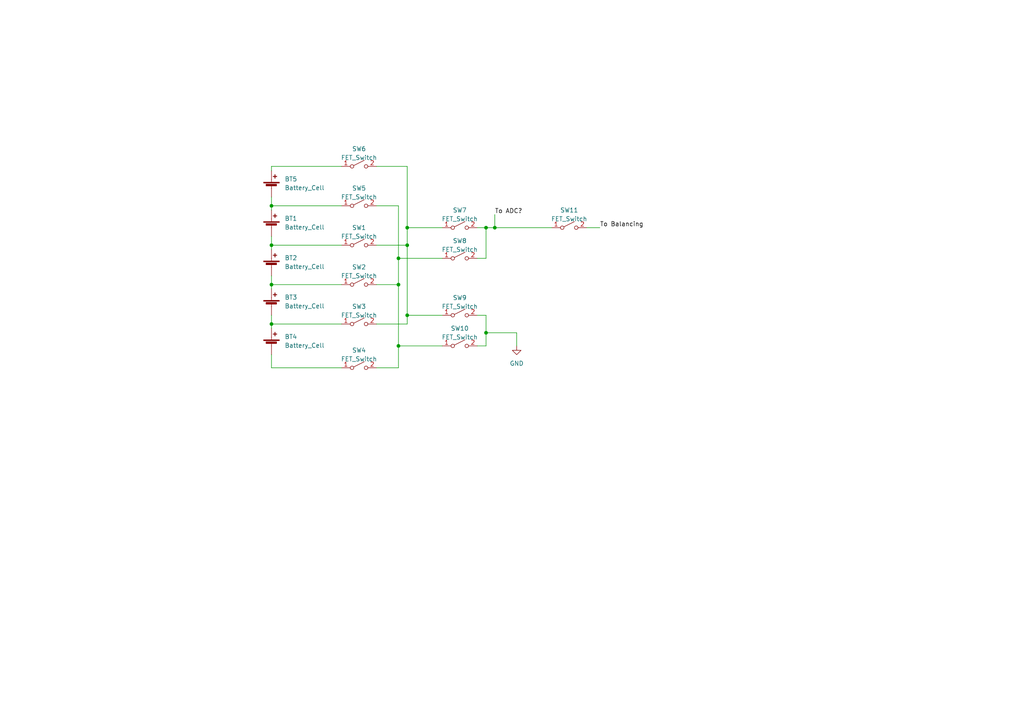
<source format=kicad_sch>
(kicad_sch (version 20230121) (generator eeschema)
  (paper "A4")
  (lib_symbols
    (symbol "Device:Battery_Cell" (pin_numbers hide) (pin_names (offset 0) hide)
      (property "Reference" "BT" (at 2.54 2.54 0))
      (property "Value" "Battery_Cell" (at 2.54 0 0))
      (symbol "Battery_Cell_0_1"
        (rectangle (start -2.286 1.778) (end 2.286 1.524) (fill (type outline)))
        (rectangle (start -1.5748 1.1938) (end 1.4732 0.6858) (fill (type outline)))
        (polyline (pts (xy 0 0.762) (xy 0 0)))
        (polyline (pts (xy 0 1.778) (xy 0 2.54)))
        (polyline (pts (xy 0.508 3.429) (xy 1.524 3.429)) (stroke (width 0.254)))
        (polyline (pts (xy 1.016 3.937) (xy 1.016 2.921)) (stroke (width 0.254)))
      )
      (symbol "Battery_Cell_1_1"
        (pin passive line (at 0 5.08 270) (length 2.54) (name "+") (number "1"))
        (pin passive line (at 0 -2.54 90) (length 2.54) (name "-") (number "2"))
      )
    )
    (symbol "Switch:SW_SPST" (pin_names (offset 0) hide)
      (property "Reference" "SW" (at 0 3.175 0))
      (property "Value" "SW_SPST" (at 0 -2.54 0))
      (symbol "SW_SPST_0_0"
        (circle (center -2.032 0) (radius 0.508))
        (polyline (pts (xy -1.524 0.254) (xy 1.524 1.778)))
        (circle (center 2.032 0) (radius 0.508))
      )
      (symbol "SW_SPST_1_1"
        (pin passive line (at -5.08 0 0) (length 2.54) (name "A") (number "1"))
        (pin passive line (at 5.08 0 180) (length 2.54) (name "B") (number "2"))
      )
    )
    (symbol "power:GND" (power) (pin_names (offset 0))
      (property "Value" "GND" (at 0 -3.81 0))
      (symbol "GND_0_1"
        (polyline (pts (xy 0 0) (xy 0 -1.27) (xy 1.27 -1.27) (xy 0 -2.54) (xy -1.27 -1.27) (xy 0 -1.27)))
      )
      (symbol "GND_1_1"
        (pin power_in line (at 0 0 270) (length 0) hide (name "GND") (number "1"))
      )
    )
  )
  (junction (at 140.97 96.52))
  (junction (at 115.57 74.93))
  (junction (at 143.51 66.04))
  (junction (at 115.57 100.33))
  (junction (at 115.57 82.55))
  (junction (at 78.74 71.12))
  (junction (at 118.11 66.04))
  (junction (at 78.74 59.69))
  (junction (at 78.74 93.98))
  (junction (at 78.74 82.55))
  (junction (at 118.11 71.12))
  (junction (at 140.97 66.04))
  (junction (at 118.11 91.44))
  (wire (pts (xy 115.57 106.68) (xy 109.22 106.68)))
  (wire (pts (xy 115.57 82.55) (xy 115.57 100.33)))
  (wire (pts (xy 115.57 59.69) (xy 115.57 74.93)))
  (wire (pts (xy 140.97 96.52) (xy 140.97 100.33)))
  (wire (pts (xy 138.43 66.04) (xy 140.97 66.04)))
  (wire (pts (xy 78.74 95.25) (xy 78.74 93.98)))
  (wire (pts (xy 78.74 102.87) (xy 78.74 106.68)))
  (wire (pts (xy 118.11 66.04) (xy 128.27 66.04)))
  (wire (pts (xy 115.57 74.93) (xy 115.57 82.55)))
  (wire (pts (xy 109.22 59.69) (xy 115.57 59.69)))
  (wire (pts (xy 149.86 96.52) (xy 140.97 96.52)))
  (wire (pts (xy 99.06 82.55) (xy 78.74 82.55)))
  (wire (pts (xy 78.74 106.68) (xy 99.06 106.68)))
  (wire (pts (xy 170.18 66.04) (xy 173.99 66.04)))
  (wire (pts (xy 143.51 62.23) (xy 143.51 66.04)))
  (wire (pts (xy 140.97 66.04) (xy 143.51 66.04)))
  (wire (pts (xy 149.86 100.33) (xy 149.86 96.52)))
  (wire (pts (xy 78.74 82.55) (xy 78.74 83.82)))
  (wire (pts (xy 118.11 48.26) (xy 118.11 66.04)))
  (wire (pts (xy 118.11 71.12) (xy 109.22 71.12)))
  (wire (pts (xy 140.97 74.93) (xy 138.43 74.93)))
  (wire (pts (xy 78.74 72.39) (xy 78.74 71.12)))
  (wire (pts (xy 138.43 91.44) (xy 140.97 91.44)))
  (wire (pts (xy 140.97 91.44) (xy 140.97 96.52)))
  (wire (pts (xy 118.11 91.44) (xy 128.27 91.44)))
  (wire (pts (xy 78.74 71.12) (xy 99.06 71.12)))
  (wire (pts (xy 78.74 48.26) (xy 99.06 48.26)))
  (wire (pts (xy 118.11 66.04) (xy 118.11 71.12)))
  (wire (pts (xy 118.11 93.98) (xy 109.22 93.98)))
  (wire (pts (xy 115.57 100.33) (xy 128.27 100.33)))
  (wire (pts (xy 109.22 82.55) (xy 115.57 82.55)))
  (wire (pts (xy 140.97 100.33) (xy 138.43 100.33)))
  (wire (pts (xy 118.11 71.12) (xy 118.11 91.44)))
  (wire (pts (xy 118.11 91.44) (xy 118.11 93.98)))
  (wire (pts (xy 78.74 60.96) (xy 78.74 59.69)))
  (wire (pts (xy 78.74 80.01) (xy 78.74 82.55)))
  (wire (pts (xy 115.57 100.33) (xy 115.57 106.68)))
  (wire (pts (xy 78.74 57.15) (xy 78.74 59.69)))
  (wire (pts (xy 143.51 66.04) (xy 160.02 66.04)))
  (wire (pts (xy 78.74 49.53) (xy 78.74 48.26)))
  (wire (pts (xy 78.74 93.98) (xy 78.74 91.44)))
  (wire (pts (xy 78.74 68.58) (xy 78.74 71.12)))
  (wire (pts (xy 115.57 74.93) (xy 128.27 74.93)))
  (wire (pts (xy 78.74 59.69) (xy 99.06 59.69)))
  (wire (pts (xy 140.97 66.04) (xy 140.97 74.93)))
  (wire (pts (xy 109.22 48.26) (xy 118.11 48.26)))
  (wire (pts (xy 78.74 93.98) (xy 99.06 93.98)))
  (label "To Balancing" (at 173.99 66.04 0))
  (label "To ADC?" (at 143.51 62.23 0))
  (symbol (lib_id "Device:Battery_Cell") (at 78.74 77.47 0) (unit 1)
    (property "Reference" "BT2" (at 82.55 74.803 0) (effects (justify left)))
    (property "Value" "Battery_Cell" (at 82.55 77.343 0) (effects (justify left)))
  )
  (symbol (lib_id "Switch:SW_SPST") (at 165.1 66.04 0) (unit 1)
    (property "Reference" "SW11" (at 165.1 60.96 0))
    (property "Value" "FET_Switch" (at 165.1 63.5 0))
  )
  (symbol (lib_id "Device:Battery_Cell") (at 78.74 100.33 0) (unit 1)
    (property "Reference" "BT4" (at 82.55 97.663 0) (effects (justify left)))
    (property "Value" "Battery_Cell" (at 82.55 100.203 0) (effects (justify left)))
  )
  (symbol (lib_id "Switch:SW_SPST") (at 133.35 66.04 0) (unit 1)
    (property "Reference" "SW7" (at 133.35 60.96 0))
    (property "Value" "FET_Switch" (at 133.35 63.5 0))
  )
  (symbol (lib_id "Switch:SW_SPST") (at 133.35 100.33 0) (unit 1)
    (property "Reference" "SW10" (at 133.35 95.25 0))
    (property "Value" "FET_Switch" (at 133.35 97.79 0))
  )
  (symbol (lib_id "Device:Battery_Cell") (at 78.74 88.9 0) (unit 1)
    (property "Reference" "BT3" (at 82.55 86.233 0) (effects (justify left)))
    (property "Value" "Battery_Cell" (at 82.55 88.773 0) (effects (justify left)))
  )
  (symbol (lib_id "Device:Battery_Cell") (at 78.74 54.61 0) (unit 1)
    (property "Reference" "BT5" (at 82.55 51.943 0) (effects (justify left)))
    (property "Value" "Battery_Cell" (at 82.55 54.483 0) (effects (justify left)))
  )
  (symbol (lib_id "Switch:SW_SPST") (at 133.35 74.93 0) (unit 1)
    (property "Reference" "SW8" (at 133.35 69.85 0))
    (property "Value" "FET_Switch" (at 133.35 72.39 0))
  )
  (symbol (lib_id "Device:Battery_Cell") (at 78.74 66.04 0) (unit 1)
    (property "Reference" "BT1" (at 82.55 63.373 0) (effects (justify left)))
    (property "Value" "Battery_Cell" (at 82.55 65.913 0) (effects (justify left)))
  )
  (symbol (lib_id "Switch:SW_SPST") (at 104.14 71.12 0) (unit 1)
    (property "Reference" "SW1" (at 104.14 66.04 0))
    (property "Value" "FET_Switch" (at 104.14 68.58 0))
  )
  (symbol (lib_id "Switch:SW_SPST") (at 104.14 48.26 0) (unit 1)
    (property "Reference" "SW6" (at 104.14 43.18 0))
    (property "Value" "FET_Switch" (at 104.14 45.72 0))
  )
  (symbol (lib_id "Switch:SW_SPST") (at 104.14 82.55 0) (unit 1)
    (property "Reference" "SW2" (at 104.14 77.47 0))
    (property "Value" "FET_Switch" (at 104.14 80.01 0))
  )
  (symbol (lib_id "Switch:SW_SPST") (at 104.14 59.69 0) (unit 1)
    (property "Reference" "SW5" (at 104.14 54.61 0))
    (property "Value" "FET_Switch" (at 104.14 57.15 0))
  )
  (symbol (lib_id "Switch:SW_SPST") (at 133.35 91.44 0) (unit 1)
    (property "Reference" "SW9" (at 133.35 86.36 0))
    (property "Value" "FET_Switch" (at 133.35 88.9 0))
  )
  (symbol (lib_id "Switch:SW_SPST") (at 104.14 106.68 0) (unit 1)
    (property "Reference" "SW4" (at 104.14 101.6 0))
    (property "Value" "FET_Switch" (at 104.14 104.14 0))
  )
  (symbol (lib_id "power:GND") (at 149.86 100.33 0) (unit 1)
    (property "Reference" "#PWR01" (effects hide))
    (property "Value" "GND" (at 149.86 105.41 0))
  )
  (symbol (lib_id "Switch:SW_SPST") (at 104.14 93.98 0) (unit 1)
    (property "Reference" "SW3" (at 104.14 88.9 0))
    (property "Value" "FET_Switch" (at 104.14 91.44 0))
  )
)
</source>
